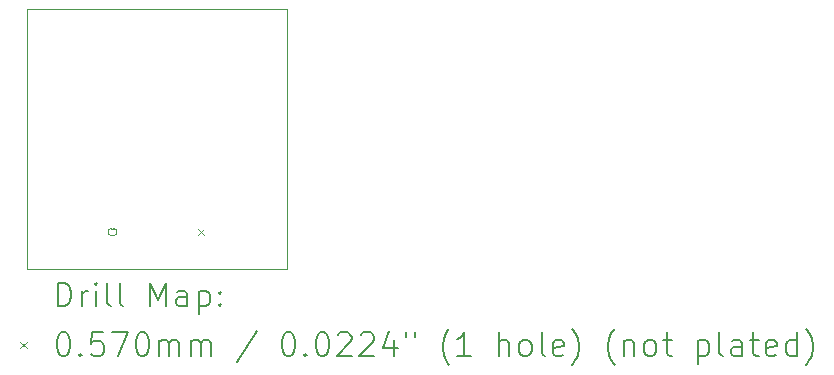
<source format=gbr>
%TF.GenerationSoftware,KiCad,Pcbnew,8.0.8*%
%TF.CreationDate,2025-09-03T22:29:31+08:00*%
%TF.ProjectId,FrekLedMini,4672656b-4c65-4644-9d69-6e692e6b6963,rev?*%
%TF.SameCoordinates,Original*%
%TF.FileFunction,Drillmap*%
%TF.FilePolarity,Positive*%
%FSLAX45Y45*%
G04 Gerber Fmt 4.5, Leading zero omitted, Abs format (unit mm)*
G04 Created by KiCad (PCBNEW 8.0.8) date 2025-09-03 22:29:31*
%MOMM*%
%LPD*%
G01*
G04 APERTURE LIST*
%ADD10C,0.050000*%
%ADD11C,0.200000*%
%ADD12C,0.100000*%
G04 APERTURE END LIST*
D10*
X10000000Y-10000000D02*
X12200000Y-10000000D01*
X12200000Y-12200000D01*
X10000000Y-12200000D01*
X10000000Y-10000000D01*
X10710000Y-11913500D02*
X10730000Y-11913500D01*
X10730000Y-11856500D02*
X10710000Y-11856500D01*
X10681500Y-11885000D02*
G75*
G02*
X10710000Y-11856500I28500J0D01*
G01*
X10710000Y-11913500D02*
G75*
G02*
X10681500Y-11885000I0J28500D01*
G01*
X10730000Y-11856500D02*
G75*
G02*
X10758500Y-11885000I0J-28500D01*
G01*
X10758500Y-11885000D02*
G75*
G02*
X10730000Y-11913500I-28500J0D01*
G01*
D11*
D12*
X11441500Y-11856500D02*
X11498500Y-11913500D01*
X11498500Y-11856500D02*
X11441500Y-11913500D01*
D11*
X10258277Y-12513984D02*
X10258277Y-12313984D01*
X10258277Y-12313984D02*
X10305896Y-12313984D01*
X10305896Y-12313984D02*
X10334467Y-12323508D01*
X10334467Y-12323508D02*
X10353515Y-12342555D01*
X10353515Y-12342555D02*
X10363039Y-12361603D01*
X10363039Y-12361603D02*
X10372563Y-12399698D01*
X10372563Y-12399698D02*
X10372563Y-12428269D01*
X10372563Y-12428269D02*
X10363039Y-12466365D01*
X10363039Y-12466365D02*
X10353515Y-12485412D01*
X10353515Y-12485412D02*
X10334467Y-12504460D01*
X10334467Y-12504460D02*
X10305896Y-12513984D01*
X10305896Y-12513984D02*
X10258277Y-12513984D01*
X10458277Y-12513984D02*
X10458277Y-12380650D01*
X10458277Y-12418746D02*
X10467801Y-12399698D01*
X10467801Y-12399698D02*
X10477324Y-12390174D01*
X10477324Y-12390174D02*
X10496372Y-12380650D01*
X10496372Y-12380650D02*
X10515420Y-12380650D01*
X10582086Y-12513984D02*
X10582086Y-12380650D01*
X10582086Y-12313984D02*
X10572563Y-12323508D01*
X10572563Y-12323508D02*
X10582086Y-12333031D01*
X10582086Y-12333031D02*
X10591610Y-12323508D01*
X10591610Y-12323508D02*
X10582086Y-12313984D01*
X10582086Y-12313984D02*
X10582086Y-12333031D01*
X10705896Y-12513984D02*
X10686848Y-12504460D01*
X10686848Y-12504460D02*
X10677324Y-12485412D01*
X10677324Y-12485412D02*
X10677324Y-12313984D01*
X10810658Y-12513984D02*
X10791610Y-12504460D01*
X10791610Y-12504460D02*
X10782086Y-12485412D01*
X10782086Y-12485412D02*
X10782086Y-12313984D01*
X11039229Y-12513984D02*
X11039229Y-12313984D01*
X11039229Y-12313984D02*
X11105896Y-12456841D01*
X11105896Y-12456841D02*
X11172563Y-12313984D01*
X11172563Y-12313984D02*
X11172563Y-12513984D01*
X11353515Y-12513984D02*
X11353515Y-12409222D01*
X11353515Y-12409222D02*
X11343991Y-12390174D01*
X11343991Y-12390174D02*
X11324943Y-12380650D01*
X11324943Y-12380650D02*
X11286848Y-12380650D01*
X11286848Y-12380650D02*
X11267801Y-12390174D01*
X11353515Y-12504460D02*
X11334467Y-12513984D01*
X11334467Y-12513984D02*
X11286848Y-12513984D01*
X11286848Y-12513984D02*
X11267801Y-12504460D01*
X11267801Y-12504460D02*
X11258277Y-12485412D01*
X11258277Y-12485412D02*
X11258277Y-12466365D01*
X11258277Y-12466365D02*
X11267801Y-12447317D01*
X11267801Y-12447317D02*
X11286848Y-12437793D01*
X11286848Y-12437793D02*
X11334467Y-12437793D01*
X11334467Y-12437793D02*
X11353515Y-12428269D01*
X11448753Y-12380650D02*
X11448753Y-12580650D01*
X11448753Y-12390174D02*
X11467801Y-12380650D01*
X11467801Y-12380650D02*
X11505896Y-12380650D01*
X11505896Y-12380650D02*
X11524943Y-12390174D01*
X11524943Y-12390174D02*
X11534467Y-12399698D01*
X11534467Y-12399698D02*
X11543991Y-12418746D01*
X11543991Y-12418746D02*
X11543991Y-12475888D01*
X11543991Y-12475888D02*
X11534467Y-12494936D01*
X11534467Y-12494936D02*
X11524943Y-12504460D01*
X11524943Y-12504460D02*
X11505896Y-12513984D01*
X11505896Y-12513984D02*
X11467801Y-12513984D01*
X11467801Y-12513984D02*
X11448753Y-12504460D01*
X11629705Y-12494936D02*
X11639229Y-12504460D01*
X11639229Y-12504460D02*
X11629705Y-12513984D01*
X11629705Y-12513984D02*
X11620182Y-12504460D01*
X11620182Y-12504460D02*
X11629705Y-12494936D01*
X11629705Y-12494936D02*
X11629705Y-12513984D01*
X11629705Y-12390174D02*
X11639229Y-12399698D01*
X11639229Y-12399698D02*
X11629705Y-12409222D01*
X11629705Y-12409222D02*
X11620182Y-12399698D01*
X11620182Y-12399698D02*
X11629705Y-12390174D01*
X11629705Y-12390174D02*
X11629705Y-12409222D01*
D12*
X9940500Y-12814000D02*
X9997500Y-12871000D01*
X9997500Y-12814000D02*
X9940500Y-12871000D01*
D11*
X10296372Y-12733984D02*
X10315420Y-12733984D01*
X10315420Y-12733984D02*
X10334467Y-12743508D01*
X10334467Y-12743508D02*
X10343991Y-12753031D01*
X10343991Y-12753031D02*
X10353515Y-12772079D01*
X10353515Y-12772079D02*
X10363039Y-12810174D01*
X10363039Y-12810174D02*
X10363039Y-12857793D01*
X10363039Y-12857793D02*
X10353515Y-12895888D01*
X10353515Y-12895888D02*
X10343991Y-12914936D01*
X10343991Y-12914936D02*
X10334467Y-12924460D01*
X10334467Y-12924460D02*
X10315420Y-12933984D01*
X10315420Y-12933984D02*
X10296372Y-12933984D01*
X10296372Y-12933984D02*
X10277324Y-12924460D01*
X10277324Y-12924460D02*
X10267801Y-12914936D01*
X10267801Y-12914936D02*
X10258277Y-12895888D01*
X10258277Y-12895888D02*
X10248753Y-12857793D01*
X10248753Y-12857793D02*
X10248753Y-12810174D01*
X10248753Y-12810174D02*
X10258277Y-12772079D01*
X10258277Y-12772079D02*
X10267801Y-12753031D01*
X10267801Y-12753031D02*
X10277324Y-12743508D01*
X10277324Y-12743508D02*
X10296372Y-12733984D01*
X10448753Y-12914936D02*
X10458277Y-12924460D01*
X10458277Y-12924460D02*
X10448753Y-12933984D01*
X10448753Y-12933984D02*
X10439229Y-12924460D01*
X10439229Y-12924460D02*
X10448753Y-12914936D01*
X10448753Y-12914936D02*
X10448753Y-12933984D01*
X10639229Y-12733984D02*
X10543991Y-12733984D01*
X10543991Y-12733984D02*
X10534467Y-12829222D01*
X10534467Y-12829222D02*
X10543991Y-12819698D01*
X10543991Y-12819698D02*
X10563039Y-12810174D01*
X10563039Y-12810174D02*
X10610658Y-12810174D01*
X10610658Y-12810174D02*
X10629705Y-12819698D01*
X10629705Y-12819698D02*
X10639229Y-12829222D01*
X10639229Y-12829222D02*
X10648753Y-12848269D01*
X10648753Y-12848269D02*
X10648753Y-12895888D01*
X10648753Y-12895888D02*
X10639229Y-12914936D01*
X10639229Y-12914936D02*
X10629705Y-12924460D01*
X10629705Y-12924460D02*
X10610658Y-12933984D01*
X10610658Y-12933984D02*
X10563039Y-12933984D01*
X10563039Y-12933984D02*
X10543991Y-12924460D01*
X10543991Y-12924460D02*
X10534467Y-12914936D01*
X10715420Y-12733984D02*
X10848753Y-12733984D01*
X10848753Y-12733984D02*
X10763039Y-12933984D01*
X10963039Y-12733984D02*
X10982086Y-12733984D01*
X10982086Y-12733984D02*
X11001134Y-12743508D01*
X11001134Y-12743508D02*
X11010658Y-12753031D01*
X11010658Y-12753031D02*
X11020182Y-12772079D01*
X11020182Y-12772079D02*
X11029705Y-12810174D01*
X11029705Y-12810174D02*
X11029705Y-12857793D01*
X11029705Y-12857793D02*
X11020182Y-12895888D01*
X11020182Y-12895888D02*
X11010658Y-12914936D01*
X11010658Y-12914936D02*
X11001134Y-12924460D01*
X11001134Y-12924460D02*
X10982086Y-12933984D01*
X10982086Y-12933984D02*
X10963039Y-12933984D01*
X10963039Y-12933984D02*
X10943991Y-12924460D01*
X10943991Y-12924460D02*
X10934467Y-12914936D01*
X10934467Y-12914936D02*
X10924944Y-12895888D01*
X10924944Y-12895888D02*
X10915420Y-12857793D01*
X10915420Y-12857793D02*
X10915420Y-12810174D01*
X10915420Y-12810174D02*
X10924944Y-12772079D01*
X10924944Y-12772079D02*
X10934467Y-12753031D01*
X10934467Y-12753031D02*
X10943991Y-12743508D01*
X10943991Y-12743508D02*
X10963039Y-12733984D01*
X11115420Y-12933984D02*
X11115420Y-12800650D01*
X11115420Y-12819698D02*
X11124944Y-12810174D01*
X11124944Y-12810174D02*
X11143991Y-12800650D01*
X11143991Y-12800650D02*
X11172563Y-12800650D01*
X11172563Y-12800650D02*
X11191610Y-12810174D01*
X11191610Y-12810174D02*
X11201134Y-12829222D01*
X11201134Y-12829222D02*
X11201134Y-12933984D01*
X11201134Y-12829222D02*
X11210658Y-12810174D01*
X11210658Y-12810174D02*
X11229705Y-12800650D01*
X11229705Y-12800650D02*
X11258277Y-12800650D01*
X11258277Y-12800650D02*
X11277324Y-12810174D01*
X11277324Y-12810174D02*
X11286848Y-12829222D01*
X11286848Y-12829222D02*
X11286848Y-12933984D01*
X11382086Y-12933984D02*
X11382086Y-12800650D01*
X11382086Y-12819698D02*
X11391610Y-12810174D01*
X11391610Y-12810174D02*
X11410658Y-12800650D01*
X11410658Y-12800650D02*
X11439229Y-12800650D01*
X11439229Y-12800650D02*
X11458277Y-12810174D01*
X11458277Y-12810174D02*
X11467801Y-12829222D01*
X11467801Y-12829222D02*
X11467801Y-12933984D01*
X11467801Y-12829222D02*
X11477324Y-12810174D01*
X11477324Y-12810174D02*
X11496372Y-12800650D01*
X11496372Y-12800650D02*
X11524943Y-12800650D01*
X11524943Y-12800650D02*
X11543991Y-12810174D01*
X11543991Y-12810174D02*
X11553515Y-12829222D01*
X11553515Y-12829222D02*
X11553515Y-12933984D01*
X11943991Y-12724460D02*
X11772563Y-12981603D01*
X12201134Y-12733984D02*
X12220182Y-12733984D01*
X12220182Y-12733984D02*
X12239229Y-12743508D01*
X12239229Y-12743508D02*
X12248753Y-12753031D01*
X12248753Y-12753031D02*
X12258277Y-12772079D01*
X12258277Y-12772079D02*
X12267801Y-12810174D01*
X12267801Y-12810174D02*
X12267801Y-12857793D01*
X12267801Y-12857793D02*
X12258277Y-12895888D01*
X12258277Y-12895888D02*
X12248753Y-12914936D01*
X12248753Y-12914936D02*
X12239229Y-12924460D01*
X12239229Y-12924460D02*
X12220182Y-12933984D01*
X12220182Y-12933984D02*
X12201134Y-12933984D01*
X12201134Y-12933984D02*
X12182086Y-12924460D01*
X12182086Y-12924460D02*
X12172563Y-12914936D01*
X12172563Y-12914936D02*
X12163039Y-12895888D01*
X12163039Y-12895888D02*
X12153515Y-12857793D01*
X12153515Y-12857793D02*
X12153515Y-12810174D01*
X12153515Y-12810174D02*
X12163039Y-12772079D01*
X12163039Y-12772079D02*
X12172563Y-12753031D01*
X12172563Y-12753031D02*
X12182086Y-12743508D01*
X12182086Y-12743508D02*
X12201134Y-12733984D01*
X12353515Y-12914936D02*
X12363039Y-12924460D01*
X12363039Y-12924460D02*
X12353515Y-12933984D01*
X12353515Y-12933984D02*
X12343991Y-12924460D01*
X12343991Y-12924460D02*
X12353515Y-12914936D01*
X12353515Y-12914936D02*
X12353515Y-12933984D01*
X12486848Y-12733984D02*
X12505896Y-12733984D01*
X12505896Y-12733984D02*
X12524944Y-12743508D01*
X12524944Y-12743508D02*
X12534467Y-12753031D01*
X12534467Y-12753031D02*
X12543991Y-12772079D01*
X12543991Y-12772079D02*
X12553515Y-12810174D01*
X12553515Y-12810174D02*
X12553515Y-12857793D01*
X12553515Y-12857793D02*
X12543991Y-12895888D01*
X12543991Y-12895888D02*
X12534467Y-12914936D01*
X12534467Y-12914936D02*
X12524944Y-12924460D01*
X12524944Y-12924460D02*
X12505896Y-12933984D01*
X12505896Y-12933984D02*
X12486848Y-12933984D01*
X12486848Y-12933984D02*
X12467801Y-12924460D01*
X12467801Y-12924460D02*
X12458277Y-12914936D01*
X12458277Y-12914936D02*
X12448753Y-12895888D01*
X12448753Y-12895888D02*
X12439229Y-12857793D01*
X12439229Y-12857793D02*
X12439229Y-12810174D01*
X12439229Y-12810174D02*
X12448753Y-12772079D01*
X12448753Y-12772079D02*
X12458277Y-12753031D01*
X12458277Y-12753031D02*
X12467801Y-12743508D01*
X12467801Y-12743508D02*
X12486848Y-12733984D01*
X12629706Y-12753031D02*
X12639229Y-12743508D01*
X12639229Y-12743508D02*
X12658277Y-12733984D01*
X12658277Y-12733984D02*
X12705896Y-12733984D01*
X12705896Y-12733984D02*
X12724944Y-12743508D01*
X12724944Y-12743508D02*
X12734467Y-12753031D01*
X12734467Y-12753031D02*
X12743991Y-12772079D01*
X12743991Y-12772079D02*
X12743991Y-12791127D01*
X12743991Y-12791127D02*
X12734467Y-12819698D01*
X12734467Y-12819698D02*
X12620182Y-12933984D01*
X12620182Y-12933984D02*
X12743991Y-12933984D01*
X12820182Y-12753031D02*
X12829706Y-12743508D01*
X12829706Y-12743508D02*
X12848753Y-12733984D01*
X12848753Y-12733984D02*
X12896372Y-12733984D01*
X12896372Y-12733984D02*
X12915420Y-12743508D01*
X12915420Y-12743508D02*
X12924944Y-12753031D01*
X12924944Y-12753031D02*
X12934467Y-12772079D01*
X12934467Y-12772079D02*
X12934467Y-12791127D01*
X12934467Y-12791127D02*
X12924944Y-12819698D01*
X12924944Y-12819698D02*
X12810658Y-12933984D01*
X12810658Y-12933984D02*
X12934467Y-12933984D01*
X13105896Y-12800650D02*
X13105896Y-12933984D01*
X13058277Y-12724460D02*
X13010658Y-12867317D01*
X13010658Y-12867317D02*
X13134467Y-12867317D01*
X13201134Y-12733984D02*
X13201134Y-12772079D01*
X13277325Y-12733984D02*
X13277325Y-12772079D01*
X13572563Y-13010174D02*
X13563039Y-13000650D01*
X13563039Y-13000650D02*
X13543991Y-12972079D01*
X13543991Y-12972079D02*
X13534468Y-12953031D01*
X13534468Y-12953031D02*
X13524944Y-12924460D01*
X13524944Y-12924460D02*
X13515420Y-12876841D01*
X13515420Y-12876841D02*
X13515420Y-12838746D01*
X13515420Y-12838746D02*
X13524944Y-12791127D01*
X13524944Y-12791127D02*
X13534468Y-12762555D01*
X13534468Y-12762555D02*
X13543991Y-12743508D01*
X13543991Y-12743508D02*
X13563039Y-12714936D01*
X13563039Y-12714936D02*
X13572563Y-12705412D01*
X13753515Y-12933984D02*
X13639229Y-12933984D01*
X13696372Y-12933984D02*
X13696372Y-12733984D01*
X13696372Y-12733984D02*
X13677325Y-12762555D01*
X13677325Y-12762555D02*
X13658277Y-12781603D01*
X13658277Y-12781603D02*
X13639229Y-12791127D01*
X13991610Y-12933984D02*
X13991610Y-12733984D01*
X14077325Y-12933984D02*
X14077325Y-12829222D01*
X14077325Y-12829222D02*
X14067801Y-12810174D01*
X14067801Y-12810174D02*
X14048753Y-12800650D01*
X14048753Y-12800650D02*
X14020182Y-12800650D01*
X14020182Y-12800650D02*
X14001134Y-12810174D01*
X14001134Y-12810174D02*
X13991610Y-12819698D01*
X14201134Y-12933984D02*
X14182087Y-12924460D01*
X14182087Y-12924460D02*
X14172563Y-12914936D01*
X14172563Y-12914936D02*
X14163039Y-12895888D01*
X14163039Y-12895888D02*
X14163039Y-12838746D01*
X14163039Y-12838746D02*
X14172563Y-12819698D01*
X14172563Y-12819698D02*
X14182087Y-12810174D01*
X14182087Y-12810174D02*
X14201134Y-12800650D01*
X14201134Y-12800650D02*
X14229706Y-12800650D01*
X14229706Y-12800650D02*
X14248753Y-12810174D01*
X14248753Y-12810174D02*
X14258277Y-12819698D01*
X14258277Y-12819698D02*
X14267801Y-12838746D01*
X14267801Y-12838746D02*
X14267801Y-12895888D01*
X14267801Y-12895888D02*
X14258277Y-12914936D01*
X14258277Y-12914936D02*
X14248753Y-12924460D01*
X14248753Y-12924460D02*
X14229706Y-12933984D01*
X14229706Y-12933984D02*
X14201134Y-12933984D01*
X14382087Y-12933984D02*
X14363039Y-12924460D01*
X14363039Y-12924460D02*
X14353515Y-12905412D01*
X14353515Y-12905412D02*
X14353515Y-12733984D01*
X14534468Y-12924460D02*
X14515420Y-12933984D01*
X14515420Y-12933984D02*
X14477325Y-12933984D01*
X14477325Y-12933984D02*
X14458277Y-12924460D01*
X14458277Y-12924460D02*
X14448753Y-12905412D01*
X14448753Y-12905412D02*
X14448753Y-12829222D01*
X14448753Y-12829222D02*
X14458277Y-12810174D01*
X14458277Y-12810174D02*
X14477325Y-12800650D01*
X14477325Y-12800650D02*
X14515420Y-12800650D01*
X14515420Y-12800650D02*
X14534468Y-12810174D01*
X14534468Y-12810174D02*
X14543991Y-12829222D01*
X14543991Y-12829222D02*
X14543991Y-12848269D01*
X14543991Y-12848269D02*
X14448753Y-12867317D01*
X14610658Y-13010174D02*
X14620182Y-13000650D01*
X14620182Y-13000650D02*
X14639230Y-12972079D01*
X14639230Y-12972079D02*
X14648753Y-12953031D01*
X14648753Y-12953031D02*
X14658277Y-12924460D01*
X14658277Y-12924460D02*
X14667801Y-12876841D01*
X14667801Y-12876841D02*
X14667801Y-12838746D01*
X14667801Y-12838746D02*
X14658277Y-12791127D01*
X14658277Y-12791127D02*
X14648753Y-12762555D01*
X14648753Y-12762555D02*
X14639230Y-12743508D01*
X14639230Y-12743508D02*
X14620182Y-12714936D01*
X14620182Y-12714936D02*
X14610658Y-12705412D01*
X14972563Y-13010174D02*
X14963039Y-13000650D01*
X14963039Y-13000650D02*
X14943991Y-12972079D01*
X14943991Y-12972079D02*
X14934468Y-12953031D01*
X14934468Y-12953031D02*
X14924944Y-12924460D01*
X14924944Y-12924460D02*
X14915420Y-12876841D01*
X14915420Y-12876841D02*
X14915420Y-12838746D01*
X14915420Y-12838746D02*
X14924944Y-12791127D01*
X14924944Y-12791127D02*
X14934468Y-12762555D01*
X14934468Y-12762555D02*
X14943991Y-12743508D01*
X14943991Y-12743508D02*
X14963039Y-12714936D01*
X14963039Y-12714936D02*
X14972563Y-12705412D01*
X15048753Y-12800650D02*
X15048753Y-12933984D01*
X15048753Y-12819698D02*
X15058277Y-12810174D01*
X15058277Y-12810174D02*
X15077325Y-12800650D01*
X15077325Y-12800650D02*
X15105896Y-12800650D01*
X15105896Y-12800650D02*
X15124944Y-12810174D01*
X15124944Y-12810174D02*
X15134468Y-12829222D01*
X15134468Y-12829222D02*
X15134468Y-12933984D01*
X15258277Y-12933984D02*
X15239230Y-12924460D01*
X15239230Y-12924460D02*
X15229706Y-12914936D01*
X15229706Y-12914936D02*
X15220182Y-12895888D01*
X15220182Y-12895888D02*
X15220182Y-12838746D01*
X15220182Y-12838746D02*
X15229706Y-12819698D01*
X15229706Y-12819698D02*
X15239230Y-12810174D01*
X15239230Y-12810174D02*
X15258277Y-12800650D01*
X15258277Y-12800650D02*
X15286849Y-12800650D01*
X15286849Y-12800650D02*
X15305896Y-12810174D01*
X15305896Y-12810174D02*
X15315420Y-12819698D01*
X15315420Y-12819698D02*
X15324944Y-12838746D01*
X15324944Y-12838746D02*
X15324944Y-12895888D01*
X15324944Y-12895888D02*
X15315420Y-12914936D01*
X15315420Y-12914936D02*
X15305896Y-12924460D01*
X15305896Y-12924460D02*
X15286849Y-12933984D01*
X15286849Y-12933984D02*
X15258277Y-12933984D01*
X15382087Y-12800650D02*
X15458277Y-12800650D01*
X15410658Y-12733984D02*
X15410658Y-12905412D01*
X15410658Y-12905412D02*
X15420182Y-12924460D01*
X15420182Y-12924460D02*
X15439230Y-12933984D01*
X15439230Y-12933984D02*
X15458277Y-12933984D01*
X15677325Y-12800650D02*
X15677325Y-13000650D01*
X15677325Y-12810174D02*
X15696372Y-12800650D01*
X15696372Y-12800650D02*
X15734468Y-12800650D01*
X15734468Y-12800650D02*
X15753515Y-12810174D01*
X15753515Y-12810174D02*
X15763039Y-12819698D01*
X15763039Y-12819698D02*
X15772563Y-12838746D01*
X15772563Y-12838746D02*
X15772563Y-12895888D01*
X15772563Y-12895888D02*
X15763039Y-12914936D01*
X15763039Y-12914936D02*
X15753515Y-12924460D01*
X15753515Y-12924460D02*
X15734468Y-12933984D01*
X15734468Y-12933984D02*
X15696372Y-12933984D01*
X15696372Y-12933984D02*
X15677325Y-12924460D01*
X15886849Y-12933984D02*
X15867801Y-12924460D01*
X15867801Y-12924460D02*
X15858277Y-12905412D01*
X15858277Y-12905412D02*
X15858277Y-12733984D01*
X16048753Y-12933984D02*
X16048753Y-12829222D01*
X16048753Y-12829222D02*
X16039230Y-12810174D01*
X16039230Y-12810174D02*
X16020182Y-12800650D01*
X16020182Y-12800650D02*
X15982087Y-12800650D01*
X15982087Y-12800650D02*
X15963039Y-12810174D01*
X16048753Y-12924460D02*
X16029706Y-12933984D01*
X16029706Y-12933984D02*
X15982087Y-12933984D01*
X15982087Y-12933984D02*
X15963039Y-12924460D01*
X15963039Y-12924460D02*
X15953515Y-12905412D01*
X15953515Y-12905412D02*
X15953515Y-12886365D01*
X15953515Y-12886365D02*
X15963039Y-12867317D01*
X15963039Y-12867317D02*
X15982087Y-12857793D01*
X15982087Y-12857793D02*
X16029706Y-12857793D01*
X16029706Y-12857793D02*
X16048753Y-12848269D01*
X16115420Y-12800650D02*
X16191611Y-12800650D01*
X16143992Y-12733984D02*
X16143992Y-12905412D01*
X16143992Y-12905412D02*
X16153515Y-12924460D01*
X16153515Y-12924460D02*
X16172563Y-12933984D01*
X16172563Y-12933984D02*
X16191611Y-12933984D01*
X16334468Y-12924460D02*
X16315420Y-12933984D01*
X16315420Y-12933984D02*
X16277325Y-12933984D01*
X16277325Y-12933984D02*
X16258277Y-12924460D01*
X16258277Y-12924460D02*
X16248753Y-12905412D01*
X16248753Y-12905412D02*
X16248753Y-12829222D01*
X16248753Y-12829222D02*
X16258277Y-12810174D01*
X16258277Y-12810174D02*
X16277325Y-12800650D01*
X16277325Y-12800650D02*
X16315420Y-12800650D01*
X16315420Y-12800650D02*
X16334468Y-12810174D01*
X16334468Y-12810174D02*
X16343992Y-12829222D01*
X16343992Y-12829222D02*
X16343992Y-12848269D01*
X16343992Y-12848269D02*
X16248753Y-12867317D01*
X16515420Y-12933984D02*
X16515420Y-12733984D01*
X16515420Y-12924460D02*
X16496373Y-12933984D01*
X16496373Y-12933984D02*
X16458277Y-12933984D01*
X16458277Y-12933984D02*
X16439230Y-12924460D01*
X16439230Y-12924460D02*
X16429706Y-12914936D01*
X16429706Y-12914936D02*
X16420182Y-12895888D01*
X16420182Y-12895888D02*
X16420182Y-12838746D01*
X16420182Y-12838746D02*
X16429706Y-12819698D01*
X16429706Y-12819698D02*
X16439230Y-12810174D01*
X16439230Y-12810174D02*
X16458277Y-12800650D01*
X16458277Y-12800650D02*
X16496373Y-12800650D01*
X16496373Y-12800650D02*
X16515420Y-12810174D01*
X16591611Y-13010174D02*
X16601134Y-13000650D01*
X16601134Y-13000650D02*
X16620182Y-12972079D01*
X16620182Y-12972079D02*
X16629706Y-12953031D01*
X16629706Y-12953031D02*
X16639230Y-12924460D01*
X16639230Y-12924460D02*
X16648753Y-12876841D01*
X16648753Y-12876841D02*
X16648753Y-12838746D01*
X16648753Y-12838746D02*
X16639230Y-12791127D01*
X16639230Y-12791127D02*
X16629706Y-12762555D01*
X16629706Y-12762555D02*
X16620182Y-12743508D01*
X16620182Y-12743508D02*
X16601134Y-12714936D01*
X16601134Y-12714936D02*
X16591611Y-12705412D01*
M02*

</source>
